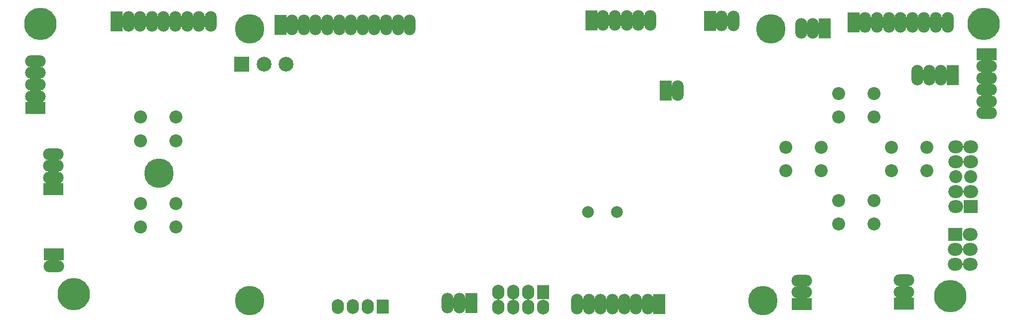
<source format=gbs>
G04 (created by PCBNEW-RS274X (2011-07-08 BZR 3044)-stable) date 27/07/2011 21:07:09*
G01*
G70*
G90*
%MOIN*%
G04 Gerber Fmt 3.4, Leading zero omitted, Abs format*
%FSLAX34Y34*%
G04 APERTURE LIST*
%ADD10C,0.006000*%
%ADD11O,0.079100X0.138100*%
%ADD12R,0.079100X0.138100*%
%ADD13R,0.098700X0.098700*%
%ADD14C,0.098700*%
%ADD15C,0.086900*%
%ADD16R,0.094800X0.086900*%
%ADD17O,0.098700X0.086900*%
%ADD18R,0.083000X0.094800*%
%ADD19O,0.083000X0.098700*%
%ADD20C,0.197200*%
%ADD21C,0.216900*%
%ADD22O,0.138100X0.079100*%
%ADD23R,0.138100X0.079100*%
%ADD24C,0.079100*%
G04 APERTURE END LIST*
G54D10*
G54D11*
X20162Y-13260D03*
X19375Y-13260D03*
G54D12*
X18587Y-13260D03*
G54D11*
X20949Y-13260D03*
X21737Y-13260D03*
X22524Y-13260D03*
X23311Y-13260D03*
X24098Y-13260D03*
X24886Y-13260D03*
G54D13*
X26965Y-16150D03*
G54D14*
X28441Y-16150D03*
X29917Y-16150D03*
G54D15*
X66890Y-26850D03*
X66890Y-25276D03*
X69252Y-26850D03*
X69252Y-25276D03*
X72795Y-21693D03*
X72795Y-23267D03*
X70433Y-21693D03*
X70433Y-23267D03*
X69252Y-18110D03*
X69252Y-19684D03*
X66890Y-18110D03*
X66890Y-19684D03*
X65709Y-21693D03*
X65709Y-23267D03*
X63347Y-21693D03*
X63347Y-23267D03*
X20197Y-21259D03*
X20197Y-19685D03*
X22559Y-21259D03*
X22559Y-19685D03*
X20197Y-27047D03*
X20197Y-25473D03*
X22559Y-27047D03*
X22559Y-25473D03*
G54D16*
X75736Y-25671D03*
G54D17*
X74736Y-25671D03*
X75736Y-24671D03*
X74736Y-24671D03*
G54D15*
X75736Y-23671D03*
X74736Y-23671D03*
G54D17*
X75736Y-22671D03*
X74736Y-22671D03*
X75736Y-21671D03*
X74736Y-21671D03*
G54D16*
X74697Y-27553D03*
G54D17*
X75697Y-27553D03*
X74697Y-28553D03*
X75697Y-28553D03*
X74697Y-29553D03*
X75697Y-29553D03*
G54D18*
X36402Y-32372D03*
G54D19*
X35402Y-32372D03*
X34402Y-32372D03*
X33402Y-32372D03*
G54D18*
X47130Y-31394D03*
G54D19*
X47130Y-32394D03*
X46130Y-31394D03*
X46130Y-32394D03*
X45130Y-31394D03*
X45130Y-32394D03*
X44130Y-31394D03*
X44130Y-32394D03*
G54D20*
X62362Y-13780D03*
G54D21*
X76575Y-13425D03*
G54D20*
X61811Y-31969D03*
G54D21*
X74370Y-31654D03*
G54D20*
X27480Y-31969D03*
G54D21*
X15709Y-31535D03*
G54D20*
X21417Y-23425D03*
G54D21*
X13504Y-13425D03*
G54D20*
X27480Y-13780D03*
G54D11*
X59858Y-13236D03*
X59071Y-13236D03*
G54D12*
X58283Y-13236D03*
G54D11*
X51925Y-13216D03*
X51138Y-13216D03*
G54D12*
X50350Y-13216D03*
G54D11*
X52712Y-13216D03*
X53500Y-13216D03*
X54287Y-13216D03*
X69454Y-13331D03*
X68667Y-13331D03*
G54D12*
X67879Y-13331D03*
G54D11*
X70241Y-13331D03*
X71029Y-13331D03*
X71816Y-13331D03*
X72603Y-13331D03*
X73390Y-13331D03*
X74178Y-13331D03*
G54D22*
X76795Y-17055D03*
X76795Y-16268D03*
G54D23*
X76795Y-15480D03*
G54D22*
X76795Y-17842D03*
X76795Y-18630D03*
X76795Y-19417D03*
G54D11*
X31114Y-13520D03*
X30326Y-13520D03*
G54D12*
X29539Y-13520D03*
G54D11*
X31901Y-13520D03*
X32689Y-13520D03*
X33476Y-13520D03*
X34263Y-13520D03*
X35051Y-13520D03*
X35838Y-13520D03*
X36626Y-13520D03*
X37413Y-13520D03*
X38200Y-13520D03*
G54D22*
X13142Y-17504D03*
X13142Y-18291D03*
G54D23*
X13142Y-19079D03*
G54D22*
X13142Y-16717D03*
X13142Y-15929D03*
X14399Y-29654D03*
G54D23*
X14399Y-28866D03*
G54D22*
X71252Y-30611D03*
X71252Y-31398D03*
G54D23*
X71252Y-32186D03*
G54D22*
X64413Y-30626D03*
X64413Y-31413D03*
G54D23*
X64413Y-32201D03*
G54D11*
X72945Y-16882D03*
X73732Y-16882D03*
G54D12*
X74520Y-16882D03*
G54D11*
X72158Y-16882D03*
X53326Y-32201D03*
X54113Y-32201D03*
G54D12*
X54901Y-32201D03*
G54D11*
X52539Y-32201D03*
X51751Y-32201D03*
X50964Y-32201D03*
X50177Y-32201D03*
X49390Y-32201D03*
X56107Y-17912D03*
G54D12*
X55319Y-17912D03*
G54D24*
X50133Y-26035D03*
X52055Y-26035D03*
G54D11*
X64374Y-13721D03*
X65161Y-13721D03*
G54D12*
X65949Y-13721D03*
G54D22*
X14342Y-22945D03*
X14342Y-23732D03*
G54D23*
X14342Y-24520D03*
G54D22*
X14342Y-22158D03*
G54D11*
X40733Y-32134D03*
X41520Y-32134D03*
G54D12*
X42308Y-32134D03*
M02*

</source>
